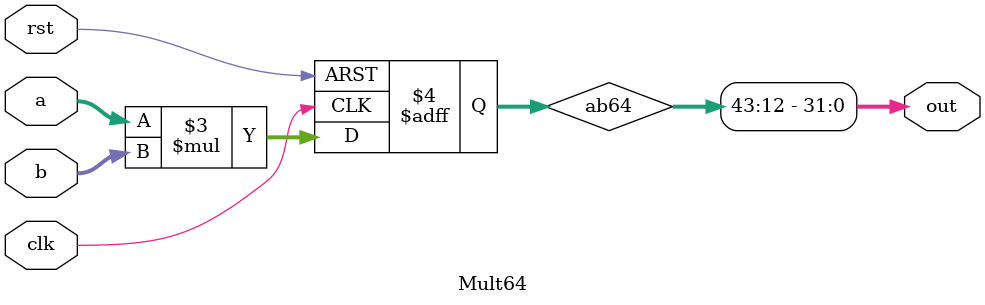
<source format=v>
`timescale 1ns / 1ps

module Mult64
#(
    parameter DATA_WIDTH = 32,
    parameter n_WIDTH = 8
)
(
    input wire clk,
    input wire rst,
    input wire signed [DATA_WIDTH-1:0] a,
    input wire signed [DATA_WIDTH-1:0] b,
    output wire signed [DATA_WIDTH-1:0] out
    // output wire ready,
    // output wire done
);

    // Wire
    reg signed [2*DATA_WIDTH-1:0] ab64 ;

    always @(posedge clk or negedge rst) begin
        if (!rst) begin
            ab64 <= 0;  
        end else begin
            ab64 <= a * b ;  
        end
    end

    assign out = ab64[43:12] ;


endmodule
</source>
